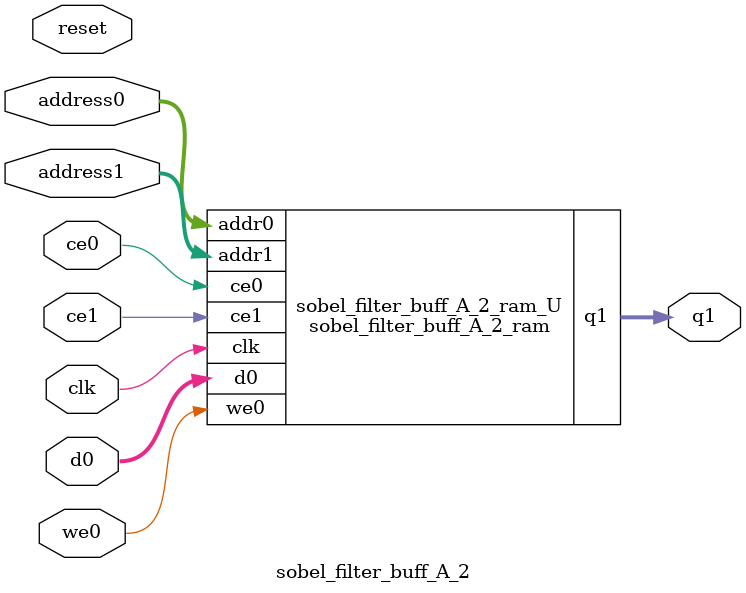
<source format=v>

`timescale 1 ns / 1 ps
module sobel_filter_buff_A_2_ram (addr0, ce0, d0, we0, addr1, ce1, q1,  clk);

parameter DWIDTH = 8;
parameter AWIDTH = 11;
parameter MEM_SIZE = 1920;

input[AWIDTH-1:0] addr0;
input ce0;
input[DWIDTH-1:0] d0;
input we0;
input[AWIDTH-1:0] addr1;
input ce1;
output reg[DWIDTH-1:0] q1;
input clk;

(* ram_style = "block" *)reg [DWIDTH-1:0] ram[MEM_SIZE-1:0];




always @(posedge clk)  
begin 
    if (ce0) 
    begin
        if (we0) 
        begin 
            ram[addr0] <= d0; 
        end 
    end
end


always @(posedge clk)  
begin 
    if (ce1) 
    begin
            q1 <= ram[addr1];
    end
end


endmodule


`timescale 1 ns / 1 ps
module sobel_filter_buff_A_2(
    reset,
    clk,
    address0,
    ce0,
    we0,
    d0,
    address1,
    ce1,
    q1);

parameter DataWidth = 32'd8;
parameter AddressRange = 32'd1920;
parameter AddressWidth = 32'd11;
input reset;
input clk;
input[AddressWidth - 1:0] address0;
input ce0;
input we0;
input[DataWidth - 1:0] d0;
input[AddressWidth - 1:0] address1;
input ce1;
output[DataWidth - 1:0] q1;



sobel_filter_buff_A_2_ram sobel_filter_buff_A_2_ram_U(
    .clk( clk ),
    .addr0( address0 ),
    .ce0( ce0 ),
    .d0( d0 ),
    .we0( we0 ),
    .addr1( address1 ),
    .ce1( ce1 ),
    .q1( q1 ));

endmodule


</source>
